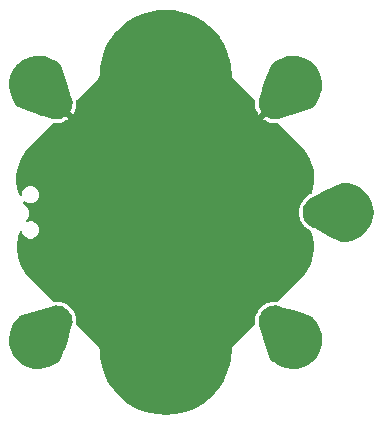
<source format=gbr>
G04 EAGLE Gerber RS-274X export*
G75*
%MOMM*%
%FSLAX34Y34*%
%LPD*%
%INBottom Copper*%
%IPPOS*%
%AMOC8*
5,1,8,0,0,1.08239X$1,22.5*%
G01*
%ADD10C,3.810000*%
%ADD11C,0.508000*%
%ADD12C,1.016000*%

G36*
X184454Y6689D02*
X184454Y6689D01*
X184523Y6702D01*
X184576Y6703D01*
X191029Y7815D01*
X191095Y7836D01*
X191148Y7843D01*
X197419Y9725D01*
X197483Y9754D01*
X197535Y9767D01*
X203533Y12391D01*
X203593Y12428D01*
X203642Y12447D01*
X209281Y15775D01*
X209336Y15819D01*
X209383Y15844D01*
X214579Y19828D01*
X214628Y19878D01*
X214672Y19908D01*
X219350Y24489D01*
X219393Y24544D01*
X219432Y24580D01*
X223524Y29691D01*
X223560Y29751D01*
X223595Y29791D01*
X227041Y35359D01*
X227069Y35423D01*
X227099Y35467D01*
X229849Y41409D01*
X229869Y41476D01*
X229894Y41523D01*
X231907Y47753D01*
X231919Y47822D01*
X231938Y47872D01*
X233186Y54300D01*
X233189Y54370D01*
X233202Y54421D01*
X233677Y61104D01*
X233674Y61144D01*
X233679Y61176D01*
X233679Y61971D01*
X233687Y61990D01*
X233758Y62265D01*
X233758Y62289D01*
X233762Y62307D01*
X233764Y62328D01*
X234119Y63039D01*
X234132Y63077D01*
X234149Y63104D01*
X234453Y63838D01*
X234468Y63853D01*
X234639Y64080D01*
X234647Y64102D01*
X234658Y64117D01*
X234668Y64136D01*
X235268Y64657D01*
X235294Y64687D01*
X235320Y64706D01*
X253066Y82451D01*
X253098Y82494D01*
X253138Y82531D01*
X253184Y82608D01*
X253237Y82678D01*
X253256Y82729D01*
X253284Y82776D01*
X253300Y82845D01*
X253338Y82944D01*
X253346Y83038D01*
X253361Y83102D01*
X253455Y84538D01*
X253447Y84647D01*
X253451Y84720D01*
X253283Y86181D01*
X253641Y87606D01*
X253652Y87716D01*
X253669Y87787D01*
X253765Y89253D01*
X254372Y90592D01*
X254403Y90698D01*
X254432Y90764D01*
X254790Y92190D01*
X255626Y93399D01*
X255675Y93497D01*
X255716Y93557D01*
X256323Y94896D01*
X257362Y95936D01*
X257428Y96023D01*
X257441Y96036D01*
X257445Y96040D01*
X257447Y96043D01*
X257479Y96076D01*
X258316Y97284D01*
X259524Y98121D01*
X259605Y98195D01*
X259664Y98238D01*
X260704Y99277D01*
X262042Y99884D01*
X262135Y99943D01*
X262201Y99974D01*
X263410Y100810D01*
X264836Y101168D01*
X264937Y101209D01*
X265008Y101228D01*
X266347Y101835D01*
X267813Y101931D01*
X267921Y101954D01*
X267994Y101959D01*
X269419Y102317D01*
X270880Y102149D01*
X270989Y102152D01*
X271062Y102145D01*
X272498Y102239D01*
X272551Y102250D01*
X272605Y102252D01*
X272689Y102279D01*
X272776Y102297D01*
X272824Y102323D01*
X272876Y102339D01*
X272934Y102381D01*
X273027Y102430D01*
X273095Y102496D01*
X273149Y102534D01*
X291000Y120386D01*
X291008Y120395D01*
X291016Y120401D01*
X294567Y124108D01*
X294611Y124170D01*
X294652Y124210D01*
X297491Y128079D01*
X297527Y128146D01*
X297562Y128191D01*
X299872Y132397D01*
X299899Y132468D01*
X299928Y132517D01*
X301669Y136989D01*
X301686Y137063D01*
X301709Y137116D01*
X302851Y141776D01*
X302858Y141852D01*
X302874Y141907D01*
X303398Y146677D01*
X303395Y146753D01*
X303404Y146809D01*
X303300Y151607D01*
X303295Y151643D01*
X303295Y151655D01*
X303288Y151680D01*
X303288Y151682D01*
X303289Y151739D01*
X302561Y156482D01*
X302539Y156555D01*
X302532Y156612D01*
X301191Y161219D01*
X301159Y161289D01*
X301145Y161344D01*
X300939Y161813D01*
X300877Y161913D01*
X300820Y162016D01*
X300802Y162034D01*
X300789Y162055D01*
X300702Y162134D01*
X300619Y162217D01*
X300599Y162227D01*
X300578Y162245D01*
X300323Y162370D01*
X300321Y162370D01*
X300320Y162371D01*
X299803Y162537D01*
X298652Y163451D01*
X298557Y163507D01*
X298499Y163552D01*
X297203Y164245D01*
X296234Y165350D01*
X296151Y165422D01*
X296102Y165476D01*
X294951Y166390D01*
X294196Y167651D01*
X294126Y167736D01*
X294088Y167798D01*
X293119Y168904D01*
X292602Y170279D01*
X292549Y170376D01*
X292522Y170444D01*
X291767Y171705D01*
X291504Y173151D01*
X291469Y173255D01*
X291455Y173327D01*
X290938Y174702D01*
X290938Y176172D01*
X290922Y176281D01*
X290921Y176354D01*
X290658Y177800D01*
X290921Y179246D01*
X290925Y179356D01*
X290938Y179428D01*
X290938Y180898D01*
X291455Y182273D01*
X291479Y182381D01*
X291504Y182449D01*
X291767Y183895D01*
X292522Y185156D01*
X292565Y185257D01*
X292602Y185321D01*
X293119Y186696D01*
X294088Y187802D01*
X294148Y187893D01*
X294196Y187949D01*
X294951Y189210D01*
X296102Y190124D01*
X296178Y190204D01*
X296234Y190250D01*
X297203Y191355D01*
X298499Y192048D01*
X298588Y192113D01*
X298652Y192149D01*
X299803Y193063D01*
X300815Y193388D01*
X300852Y193406D01*
X300893Y193417D01*
X300980Y193468D01*
X301071Y193512D01*
X301102Y193540D01*
X301137Y193561D01*
X301207Y193635D01*
X301282Y193702D01*
X301304Y193738D01*
X301333Y193768D01*
X301366Y193837D01*
X301432Y193944D01*
X301454Y194018D01*
X301479Y194070D01*
X302716Y198309D01*
X302727Y198384D01*
X302745Y198438D01*
X303491Y203272D01*
X303492Y203349D01*
X303502Y203405D01*
X303611Y208294D01*
X303602Y208370D01*
X303605Y208427D01*
X303074Y213289D01*
X303056Y213363D01*
X303051Y213420D01*
X301891Y218171D01*
X301862Y218242D01*
X301851Y218298D01*
X300080Y222857D01*
X300042Y222923D01*
X300024Y222977D01*
X297673Y227266D01*
X297627Y227327D01*
X297602Y227378D01*
X294711Y231323D01*
X294690Y231345D01*
X294678Y231364D01*
X294646Y231394D01*
X294625Y231425D01*
X291015Y235199D01*
X291006Y235207D01*
X291000Y235215D01*
X273149Y253066D01*
X273106Y253098D01*
X273069Y253138D01*
X272992Y253184D01*
X272922Y253237D01*
X272871Y253256D01*
X272824Y253284D01*
X272755Y253300D01*
X272656Y253338D01*
X272562Y253346D01*
X272498Y253361D01*
X271062Y253455D01*
X270952Y253447D01*
X270880Y253451D01*
X269419Y253283D01*
X267994Y253641D01*
X267884Y253652D01*
X267813Y253669D01*
X266347Y253765D01*
X265008Y254372D01*
X264902Y254403D01*
X264836Y254432D01*
X263410Y254790D01*
X262201Y255626D01*
X262103Y255675D01*
X262042Y255716D01*
X260704Y256323D01*
X259664Y257362D01*
X259577Y257428D01*
X259524Y257479D01*
X258316Y258316D01*
X257479Y259524D01*
X257405Y259605D01*
X257362Y259664D01*
X256323Y260704D01*
X255716Y262042D01*
X255657Y262135D01*
X255626Y262201D01*
X254790Y263410D01*
X254432Y264836D01*
X254391Y264937D01*
X254372Y265008D01*
X253765Y266347D01*
X253669Y267813D01*
X253646Y267921D01*
X253641Y267994D01*
X253283Y269419D01*
X253451Y270880D01*
X253448Y270989D01*
X253455Y271062D01*
X253361Y272498D01*
X253350Y272551D01*
X253348Y272605D01*
X253321Y272689D01*
X253303Y272776D01*
X253277Y272824D01*
X253261Y272876D01*
X253219Y272934D01*
X253170Y273027D01*
X253104Y273095D01*
X253066Y273149D01*
X235320Y290894D01*
X235288Y290919D01*
X235268Y290943D01*
X234668Y291464D01*
X234658Y291483D01*
X234497Y291717D01*
X234479Y291732D01*
X234468Y291747D01*
X234453Y291762D01*
X234149Y292496D01*
X234128Y292530D01*
X234119Y292561D01*
X233764Y293272D01*
X233762Y293293D01*
X233703Y293571D01*
X233692Y293591D01*
X233687Y293610D01*
X233679Y293629D01*
X233679Y294424D01*
X233674Y294463D01*
X233677Y294496D01*
X233202Y301179D01*
X233187Y301247D01*
X233186Y301300D01*
X231938Y307728D01*
X231915Y307794D01*
X231907Y307847D01*
X229894Y314077D01*
X229863Y314140D01*
X229849Y314191D01*
X227099Y320133D01*
X227061Y320192D01*
X227041Y320241D01*
X223595Y325809D01*
X223550Y325863D01*
X223524Y325909D01*
X219432Y331020D01*
X219381Y331068D01*
X219350Y331111D01*
X214672Y335692D01*
X214615Y335734D01*
X214579Y335772D01*
X209383Y339756D01*
X209322Y339790D01*
X209281Y339825D01*
X203642Y343153D01*
X203578Y343179D01*
X203533Y343209D01*
X197535Y345833D01*
X197467Y345852D01*
X197419Y345875D01*
X191148Y347757D01*
X191079Y347767D01*
X191029Y347785D01*
X184576Y348897D01*
X184506Y348899D01*
X184454Y348911D01*
X177851Y349240D01*
X177794Y349235D01*
X177749Y349240D01*
X171146Y348911D01*
X171077Y348898D01*
X171024Y348897D01*
X164571Y347785D01*
X164505Y347764D01*
X164452Y347757D01*
X158181Y345875D01*
X158117Y345846D01*
X158065Y345833D01*
X152067Y343209D01*
X152007Y343172D01*
X151958Y343153D01*
X146319Y339824D01*
X146264Y339781D01*
X146217Y339756D01*
X141021Y335772D01*
X140972Y335722D01*
X140928Y335692D01*
X136250Y331111D01*
X136207Y331056D01*
X136168Y331020D01*
X132076Y325909D01*
X132040Y325849D01*
X132005Y325809D01*
X128559Y320241D01*
X128531Y320177D01*
X128501Y320133D01*
X125751Y314191D01*
X125731Y314124D01*
X125706Y314077D01*
X123693Y307847D01*
X123681Y307778D01*
X123662Y307728D01*
X122414Y301300D01*
X122411Y301230D01*
X122398Y301179D01*
X121923Y294496D01*
X121926Y294456D01*
X121921Y294424D01*
X121921Y293629D01*
X121913Y293610D01*
X121842Y293335D01*
X121842Y293311D01*
X121838Y293293D01*
X121836Y293272D01*
X121481Y292561D01*
X121468Y292523D01*
X121451Y292496D01*
X121147Y291762D01*
X121132Y291747D01*
X120961Y291520D01*
X120953Y291498D01*
X120942Y291483D01*
X120932Y291464D01*
X120332Y290943D01*
X120306Y290913D01*
X120280Y290894D01*
X102534Y273149D01*
X102502Y273106D01*
X102462Y273069D01*
X102416Y272992D01*
X102363Y272922D01*
X102344Y272871D01*
X102316Y272824D01*
X102300Y272755D01*
X102262Y272656D01*
X102254Y272562D01*
X102239Y272498D01*
X102145Y271062D01*
X102153Y270952D01*
X102149Y270880D01*
X102317Y269419D01*
X101959Y267994D01*
X101948Y267884D01*
X101931Y267813D01*
X101835Y266347D01*
X101228Y265008D01*
X101197Y264902D01*
X101168Y264836D01*
X100810Y263410D01*
X99974Y262201D01*
X99925Y262103D01*
X99884Y262042D01*
X99277Y260704D01*
X98238Y259664D01*
X98172Y259577D01*
X98121Y259524D01*
X97284Y258316D01*
X96076Y257479D01*
X95995Y257405D01*
X95936Y257362D01*
X94896Y256323D01*
X93557Y255716D01*
X93465Y255657D01*
X93399Y255626D01*
X92190Y254790D01*
X90764Y254432D01*
X90663Y254391D01*
X90592Y254372D01*
X89253Y253765D01*
X87787Y253669D01*
X87679Y253646D01*
X87606Y253641D01*
X86181Y253283D01*
X84720Y253451D01*
X84610Y253448D01*
X84538Y253455D01*
X83102Y253361D01*
X83049Y253350D01*
X82995Y253348D01*
X82911Y253321D01*
X82824Y253303D01*
X82776Y253277D01*
X82724Y253261D01*
X82666Y253219D01*
X82573Y253170D01*
X82505Y253104D01*
X82451Y253066D01*
X64567Y235181D01*
X64565Y235179D01*
X64562Y235177D01*
X60852Y231422D01*
X60843Y231410D01*
X60836Y231404D01*
X60814Y231371D01*
X60806Y231361D01*
X60765Y231322D01*
X57808Y227420D01*
X57771Y227354D01*
X57735Y227309D01*
X55312Y223055D01*
X55284Y222984D01*
X55254Y222936D01*
X53408Y218402D01*
X53389Y218328D01*
X53366Y218276D01*
X52127Y213539D01*
X52118Y213463D01*
X52102Y213409D01*
X51492Y208551D01*
X51493Y208475D01*
X51484Y208419D01*
X51513Y203523D01*
X51524Y203448D01*
X51523Y203391D01*
X52191Y198541D01*
X52212Y198468D01*
X52217Y198411D01*
X53513Y193689D01*
X53543Y193619D01*
X53556Y193564D01*
X54250Y191916D01*
X54293Y191845D01*
X54327Y191769D01*
X54366Y191723D01*
X54396Y191672D01*
X54457Y191615D01*
X54511Y191552D01*
X54560Y191519D01*
X54604Y191478D01*
X54678Y191440D01*
X54747Y191394D01*
X54804Y191376D01*
X54858Y191349D01*
X54939Y191334D01*
X55018Y191309D01*
X55078Y191307D01*
X55137Y191296D01*
X55219Y191304D01*
X55302Y191301D01*
X55360Y191317D01*
X55420Y191322D01*
X55497Y191352D01*
X55577Y191373D01*
X55629Y191404D01*
X55685Y191426D01*
X55751Y191476D01*
X55822Y191518D01*
X55863Y191562D01*
X55910Y191599D01*
X55960Y191665D01*
X56016Y191726D01*
X56044Y191779D01*
X56079Y191827D01*
X56108Y191905D01*
X56146Y191979D01*
X56154Y192030D01*
X56178Y192094D01*
X56188Y192233D01*
X56201Y192310D01*
X56201Y194252D01*
X57312Y196934D01*
X59366Y198988D01*
X62048Y200099D01*
X64952Y200099D01*
X67634Y198988D01*
X69688Y196934D01*
X70799Y194252D01*
X70799Y191348D01*
X69688Y188666D01*
X67634Y186612D01*
X64952Y185501D01*
X62048Y185501D01*
X59366Y186612D01*
X58940Y187038D01*
X58930Y187045D01*
X58922Y187055D01*
X58816Y187131D01*
X58713Y187208D01*
X58701Y187213D01*
X58691Y187221D01*
X58569Y187264D01*
X58448Y187310D01*
X58435Y187311D01*
X58423Y187315D01*
X58293Y187323D01*
X58164Y187333D01*
X58152Y187331D01*
X58139Y187331D01*
X58012Y187303D01*
X57886Y187277D01*
X57874Y187271D01*
X57862Y187269D01*
X57748Y187206D01*
X57633Y187146D01*
X57624Y187138D01*
X57613Y187131D01*
X57521Y187040D01*
X57427Y186951D01*
X57421Y186939D01*
X57412Y186930D01*
X57349Y186817D01*
X57283Y186705D01*
X57280Y186693D01*
X57274Y186682D01*
X57245Y186555D01*
X57213Y186430D01*
X57214Y186417D01*
X57211Y186404D01*
X57218Y186275D01*
X57222Y186146D01*
X57226Y186133D01*
X57227Y186121D01*
X57250Y186061D01*
X57310Y185875D01*
X57332Y185843D01*
X57346Y185807D01*
X57989Y184708D01*
X58037Y184649D01*
X58064Y184599D01*
X61095Y180697D01*
X61143Y180650D01*
X61172Y180608D01*
X61632Y180140D01*
X61693Y179990D01*
X61823Y179765D01*
X61833Y179747D01*
X61932Y179619D01*
X62106Y178986D01*
X62132Y178925D01*
X62144Y178875D01*
X62389Y178266D01*
X62388Y178104D01*
X62422Y177847D01*
X62424Y177826D01*
X62467Y177670D01*
X62391Y177066D01*
X62392Y176996D01*
X62383Y176944D01*
X62382Y176679D01*
X62393Y176604D01*
X62390Y176547D01*
X62468Y175941D01*
X62413Y175740D01*
X62387Y175533D01*
X62377Y175477D01*
X62377Y175269D01*
X62141Y174705D01*
X62121Y174631D01*
X62097Y174580D01*
X61937Y173990D01*
X61810Y173826D01*
X61706Y173645D01*
X61676Y173597D01*
X61596Y173405D01*
X61162Y172974D01*
X61116Y172914D01*
X61074Y172875D01*
X59791Y171216D01*
X59780Y171198D01*
X59765Y171182D01*
X59710Y171074D01*
X59650Y170969D01*
X59645Y170948D01*
X59635Y170929D01*
X59612Y170811D01*
X59583Y170693D01*
X59584Y170671D01*
X59580Y170650D01*
X59590Y170530D01*
X59596Y170409D01*
X59603Y170389D01*
X59604Y170367D01*
X59648Y170254D01*
X59686Y170140D01*
X59699Y170122D01*
X59706Y170102D01*
X59779Y170005D01*
X59848Y169906D01*
X59865Y169892D01*
X59878Y169875D01*
X59975Y169803D01*
X60069Y169726D01*
X60088Y169718D01*
X60106Y169705D01*
X60219Y169662D01*
X60330Y169615D01*
X60351Y169612D01*
X60372Y169604D01*
X60492Y169595D01*
X60612Y169580D01*
X60634Y169583D01*
X60655Y169582D01*
X60728Y169599D01*
X60893Y169625D01*
X60941Y169648D01*
X60982Y169657D01*
X62048Y170099D01*
X64952Y170099D01*
X67634Y168988D01*
X69688Y166934D01*
X70799Y164252D01*
X70799Y161348D01*
X69688Y158666D01*
X67634Y156612D01*
X64952Y155501D01*
X62048Y155501D01*
X59366Y156612D01*
X57312Y158666D01*
X56149Y161475D01*
X56135Y161499D01*
X56126Y161525D01*
X56063Y161621D01*
X56004Y161720D01*
X55984Y161739D01*
X55969Y161762D01*
X55881Y161836D01*
X55797Y161915D01*
X55773Y161928D01*
X55752Y161946D01*
X55647Y161993D01*
X55545Y162046D01*
X55518Y162051D01*
X55493Y162062D01*
X55379Y162078D01*
X55266Y162101D01*
X55239Y162098D01*
X55212Y162102D01*
X55097Y162086D01*
X54983Y162076D01*
X54957Y162066D01*
X54930Y162063D01*
X54825Y162016D01*
X54717Y161974D01*
X54695Y161958D01*
X54670Y161947D01*
X54582Y161872D01*
X54491Y161803D01*
X54474Y161781D01*
X54453Y161763D01*
X54412Y161697D01*
X54320Y161575D01*
X54299Y161519D01*
X54274Y161479D01*
X53866Y160504D01*
X53846Y160430D01*
X53823Y160379D01*
X52585Y155833D01*
X52580Y155791D01*
X52573Y155768D01*
X52572Y155746D01*
X52559Y155703D01*
X51925Y151035D01*
X51926Y150958D01*
X51916Y150902D01*
X51897Y146191D01*
X51908Y146116D01*
X51906Y146059D01*
X52502Y141386D01*
X52522Y141312D01*
X52527Y141255D01*
X53729Y136700D01*
X53758Y136630D01*
X53771Y136574D01*
X55556Y132215D01*
X55595Y132149D01*
X55615Y132095D01*
X57954Y128006D01*
X58001Y127946D01*
X58027Y127895D01*
X60880Y124147D01*
X60935Y124093D01*
X60967Y124046D01*
X64557Y120428D01*
X64559Y120427D01*
X64560Y120426D01*
X82451Y102534D01*
X82494Y102502D01*
X82532Y102462D01*
X82608Y102416D01*
X82678Y102363D01*
X82729Y102344D01*
X82776Y102316D01*
X82845Y102300D01*
X82944Y102262D01*
X83038Y102254D01*
X83102Y102239D01*
X84538Y102145D01*
X84647Y102153D01*
X84720Y102149D01*
X86181Y102317D01*
X87606Y101959D01*
X87716Y101948D01*
X87787Y101931D01*
X89253Y101835D01*
X90592Y101228D01*
X90698Y101197D01*
X90764Y101168D01*
X92190Y100810D01*
X93399Y99974D01*
X93497Y99925D01*
X93557Y99884D01*
X94896Y99277D01*
X95936Y98238D01*
X96023Y98172D01*
X96076Y98121D01*
X97284Y97284D01*
X98121Y96076D01*
X98195Y95995D01*
X98238Y95936D01*
X99277Y94896D01*
X99884Y93557D01*
X99943Y93465D01*
X99974Y93399D01*
X100810Y92190D01*
X101168Y90764D01*
X101209Y90663D01*
X101228Y90592D01*
X101835Y89253D01*
X101931Y87787D01*
X101954Y87679D01*
X101959Y87606D01*
X102317Y86181D01*
X102149Y84720D01*
X102152Y84610D01*
X102145Y84538D01*
X102239Y83102D01*
X102250Y83049D01*
X102252Y82995D01*
X102279Y82911D01*
X102297Y82824D01*
X102323Y82776D01*
X102339Y82724D01*
X102381Y82666D01*
X102430Y82573D01*
X102496Y82505D01*
X102534Y82451D01*
X120280Y64706D01*
X120312Y64681D01*
X120332Y64657D01*
X120932Y64136D01*
X120942Y64117D01*
X121103Y63883D01*
X121121Y63868D01*
X121132Y63853D01*
X121147Y63838D01*
X121451Y63104D01*
X121472Y63070D01*
X121481Y63039D01*
X121836Y62328D01*
X121838Y62307D01*
X121897Y62029D01*
X121908Y62009D01*
X121913Y61990D01*
X121921Y61971D01*
X121921Y61176D01*
X121926Y61137D01*
X121923Y61104D01*
X122398Y54421D01*
X122413Y54353D01*
X122414Y54300D01*
X123662Y47872D01*
X123685Y47806D01*
X123693Y47753D01*
X125706Y41523D01*
X125737Y41460D01*
X125751Y41409D01*
X128501Y35467D01*
X128539Y35408D01*
X128559Y35359D01*
X132005Y29791D01*
X132050Y29737D01*
X132076Y29691D01*
X136168Y24580D01*
X136219Y24532D01*
X136250Y24489D01*
X140928Y19908D01*
X140985Y19866D01*
X141021Y19828D01*
X146217Y15844D01*
X146278Y15810D01*
X146319Y15775D01*
X151958Y12447D01*
X152022Y12421D01*
X152067Y12391D01*
X158065Y9767D01*
X158133Y9748D01*
X158181Y9725D01*
X164452Y7843D01*
X164521Y7833D01*
X164571Y7815D01*
X171024Y6703D01*
X171094Y6701D01*
X171146Y6689D01*
X177749Y6360D01*
X177806Y6365D01*
X177851Y6360D01*
X184454Y6689D01*
G37*
G36*
X288435Y45519D02*
X288435Y45519D01*
X288527Y45537D01*
X288593Y45539D01*
X292455Y46342D01*
X292543Y46374D01*
X292608Y46387D01*
X296298Y47784D01*
X296380Y47829D01*
X296442Y47852D01*
X299867Y49809D01*
X299941Y49866D01*
X299999Y49899D01*
X303076Y52368D01*
X303169Y52467D01*
X303228Y52518D01*
X305669Y55515D01*
X305718Y55595D01*
X305760Y55646D01*
X307703Y58988D01*
X307738Y59073D01*
X307758Y59104D01*
X307761Y59113D01*
X307772Y59132D01*
X309168Y62737D01*
X309190Y62828D01*
X309214Y62889D01*
X310029Y66668D01*
X310036Y66762D01*
X310051Y66826D01*
X310265Y70686D01*
X310257Y70779D01*
X310261Y70846D01*
X309869Y74691D01*
X309846Y74782D01*
X309840Y74848D01*
X308851Y78585D01*
X308815Y78671D01*
X308798Y78736D01*
X307237Y82272D01*
X307187Y82352D01*
X307161Y82412D01*
X305065Y85661D01*
X305004Y85732D01*
X304969Y85788D01*
X302391Y88669D01*
X302347Y88705D01*
X302310Y88749D01*
X302256Y88784D01*
X302238Y88800D01*
X302230Y88804D01*
X302174Y88852D01*
X302084Y88892D01*
X302026Y88928D01*
X294192Y92204D01*
X294151Y92215D01*
X294122Y92230D01*
X286067Y94920D01*
X286026Y94927D01*
X285995Y94941D01*
X277876Y97001D01*
X275897Y98017D01*
X275829Y98041D01*
X275778Y98067D01*
X275760Y98070D01*
X275728Y98085D01*
X273490Y98763D01*
X273381Y98780D01*
X273311Y98800D01*
X270987Y99067D01*
X270877Y99064D01*
X270805Y99072D01*
X268471Y98918D01*
X268363Y98896D01*
X268290Y98890D01*
X266022Y98321D01*
X265920Y98280D01*
X265849Y98261D01*
X263719Y97296D01*
X263626Y97237D01*
X263560Y97206D01*
X261637Y95874D01*
X261556Y95800D01*
X261497Y95757D01*
X259843Y94103D01*
X259777Y94016D01*
X259726Y93963D01*
X258394Y92040D01*
X258345Y91942D01*
X258304Y91881D01*
X257339Y89751D01*
X257308Y89645D01*
X257279Y89578D01*
X256710Y87310D01*
X256699Y87200D01*
X256682Y87129D01*
X256528Y84795D01*
X256537Y84686D01*
X256533Y84613D01*
X256800Y82289D01*
X256827Y82183D01*
X256837Y82110D01*
X257515Y79872D01*
X257561Y79772D01*
X257583Y79703D01*
X258601Y77719D01*
X261757Y65757D01*
X261775Y65714D01*
X261782Y65677D01*
X265944Y53910D01*
X265982Y53837D01*
X266011Y53761D01*
X266044Y53719D01*
X266076Y53658D01*
X266170Y53559D01*
X266219Y53497D01*
X269139Y50844D01*
X269216Y50792D01*
X269265Y50747D01*
X272564Y48584D01*
X272649Y48544D01*
X272704Y48507D01*
X276301Y46886D01*
X276390Y46860D01*
X276451Y46833D01*
X280257Y45795D01*
X280349Y45783D01*
X280413Y45765D01*
X284335Y45335D01*
X284428Y45338D01*
X284494Y45330D01*
X288435Y45519D01*
G37*
G36*
X87129Y256682D02*
X87129Y256682D01*
X87237Y256704D01*
X87310Y256710D01*
X89578Y257279D01*
X89680Y257320D01*
X89751Y257339D01*
X91881Y258304D01*
X91974Y258363D01*
X92040Y258394D01*
X93963Y259726D01*
X94044Y259800D01*
X94103Y259843D01*
X95757Y261497D01*
X95823Y261584D01*
X95874Y261637D01*
X97206Y263560D01*
X97255Y263658D01*
X97296Y263719D01*
X98261Y265849D01*
X98292Y265955D01*
X98321Y266022D01*
X98890Y268290D01*
X98901Y268400D01*
X98918Y268471D01*
X99072Y270805D01*
X99063Y270914D01*
X99067Y270987D01*
X98800Y273311D01*
X98773Y273417D01*
X98763Y273490D01*
X98085Y275728D01*
X98039Y275828D01*
X98017Y275897D01*
X96999Y277881D01*
X93843Y289843D01*
X93825Y289886D01*
X93818Y289923D01*
X89656Y301690D01*
X89618Y301763D01*
X89589Y301839D01*
X89556Y301881D01*
X89524Y301942D01*
X89430Y302041D01*
X89381Y302103D01*
X86461Y304756D01*
X86384Y304808D01*
X86335Y304853D01*
X83036Y307016D01*
X82951Y307056D01*
X82896Y307093D01*
X79299Y308714D01*
X79210Y308740D01*
X79149Y308767D01*
X75343Y309805D01*
X75251Y309817D01*
X75187Y309835D01*
X71265Y310265D01*
X71172Y310262D01*
X71106Y310270D01*
X67165Y310081D01*
X67073Y310063D01*
X67007Y310061D01*
X63145Y309258D01*
X63057Y309226D01*
X62992Y309213D01*
X59302Y307816D01*
X59220Y307771D01*
X59158Y307748D01*
X55733Y305791D01*
X55659Y305734D01*
X55601Y305701D01*
X52524Y303232D01*
X52431Y303133D01*
X52372Y303082D01*
X49931Y300085D01*
X49882Y300005D01*
X49840Y299954D01*
X47897Y296612D01*
X47884Y296580D01*
X47870Y296560D01*
X47857Y296517D01*
X47828Y296468D01*
X46432Y292863D01*
X46410Y292772D01*
X46386Y292711D01*
X45571Y288932D01*
X45564Y288838D01*
X45549Y288774D01*
X45335Y284914D01*
X45343Y284821D01*
X45339Y284754D01*
X45731Y280909D01*
X45754Y280818D01*
X45760Y280752D01*
X46749Y277015D01*
X46785Y276929D01*
X46802Y276864D01*
X48363Y273328D01*
X48413Y273248D01*
X48439Y273188D01*
X50535Y269939D01*
X50596Y269868D01*
X50631Y269812D01*
X53209Y266931D01*
X53253Y266895D01*
X53290Y266851D01*
X53349Y266813D01*
X53426Y266748D01*
X53516Y266708D01*
X53574Y266672D01*
X61408Y263396D01*
X61449Y263385D01*
X61478Y263370D01*
X69533Y260680D01*
X69574Y260673D01*
X69605Y260659D01*
X77724Y258599D01*
X79703Y257583D01*
X79806Y257547D01*
X79872Y257515D01*
X82110Y256837D01*
X82219Y256820D01*
X82289Y256800D01*
X84613Y256533D01*
X84723Y256536D01*
X84795Y256528D01*
X87129Y256682D01*
G37*
G36*
X270914Y256537D02*
X270914Y256537D01*
X270987Y256533D01*
X273311Y256800D01*
X273417Y256827D01*
X273490Y256837D01*
X275728Y257515D01*
X275828Y257561D01*
X275897Y257583D01*
X277881Y258601D01*
X289843Y261757D01*
X289886Y261775D01*
X289923Y261782D01*
X301690Y265944D01*
X301763Y265982D01*
X301839Y266011D01*
X301881Y266044D01*
X301942Y266076D01*
X302041Y266170D01*
X302103Y266219D01*
X304756Y269139D01*
X304808Y269216D01*
X304853Y269265D01*
X307016Y272564D01*
X307056Y272649D01*
X307093Y272704D01*
X308714Y276301D01*
X308740Y276390D01*
X308767Y276451D01*
X309805Y280257D01*
X309817Y280349D01*
X309835Y280413D01*
X310265Y284335D01*
X310262Y284428D01*
X310270Y284494D01*
X310081Y288435D01*
X310063Y288527D01*
X310061Y288593D01*
X309258Y292455D01*
X309226Y292543D01*
X309213Y292608D01*
X307816Y296298D01*
X307771Y296380D01*
X307748Y296442D01*
X305791Y299867D01*
X305734Y299941D01*
X305701Y299999D01*
X303232Y303076D01*
X303133Y303169D01*
X303082Y303228D01*
X300085Y305669D01*
X300005Y305718D01*
X299954Y305760D01*
X296612Y307703D01*
X296525Y307738D01*
X296468Y307772D01*
X292863Y309168D01*
X292772Y309190D01*
X292711Y309214D01*
X288932Y310029D01*
X288838Y310036D01*
X288774Y310051D01*
X284914Y310265D01*
X284821Y310257D01*
X284754Y310261D01*
X280909Y309869D01*
X280818Y309846D01*
X280752Y309840D01*
X277015Y308851D01*
X276929Y308815D01*
X276864Y308798D01*
X273328Y307237D01*
X273248Y307187D01*
X273188Y307161D01*
X269939Y305065D01*
X269868Y305004D01*
X269812Y304969D01*
X266931Y302391D01*
X266895Y302347D01*
X266851Y302310D01*
X266813Y302251D01*
X266748Y302174D01*
X266708Y302084D01*
X266672Y302026D01*
X263396Y294192D01*
X263385Y294151D01*
X263370Y294122D01*
X260680Y286067D01*
X260673Y286026D01*
X260659Y285995D01*
X258599Y277876D01*
X257583Y275897D01*
X257547Y275794D01*
X257515Y275728D01*
X256837Y273490D01*
X256820Y273381D01*
X256800Y273311D01*
X256533Y270987D01*
X256536Y270877D01*
X256528Y270805D01*
X256682Y268471D01*
X256704Y268363D01*
X256710Y268290D01*
X257279Y266022D01*
X257320Y265920D01*
X257339Y265849D01*
X258304Y263719D01*
X258363Y263626D01*
X258394Y263560D01*
X259726Y261637D01*
X259800Y261556D01*
X259843Y261497D01*
X261497Y259843D01*
X261575Y259784D01*
X261604Y259757D01*
X261606Y259756D01*
X261637Y259726D01*
X263560Y258394D01*
X263658Y258345D01*
X263719Y258304D01*
X265849Y257339D01*
X265955Y257308D01*
X266022Y257279D01*
X268290Y256710D01*
X268400Y256699D01*
X268471Y256682D01*
X270805Y256528D01*
X270914Y256537D01*
G37*
G36*
X70779Y45343D02*
X70779Y45343D01*
X70846Y45339D01*
X74691Y45731D01*
X74782Y45754D01*
X74848Y45760D01*
X78585Y46749D01*
X78671Y46785D01*
X78736Y46802D01*
X82272Y48363D01*
X82352Y48413D01*
X82412Y48439D01*
X85661Y50535D01*
X85732Y50596D01*
X85788Y50631D01*
X88669Y53209D01*
X88705Y53253D01*
X88749Y53290D01*
X88787Y53349D01*
X88852Y53426D01*
X88892Y53516D01*
X88928Y53574D01*
X92204Y61408D01*
X92215Y61449D01*
X92230Y61478D01*
X94920Y69533D01*
X94927Y69574D01*
X94941Y69605D01*
X97001Y77724D01*
X98017Y79703D01*
X98053Y79806D01*
X98085Y79872D01*
X98763Y82110D01*
X98780Y82219D01*
X98800Y82289D01*
X99067Y84613D01*
X99064Y84723D01*
X99072Y84795D01*
X98918Y87129D01*
X98896Y87237D01*
X98890Y87310D01*
X98321Y89578D01*
X98280Y89680D01*
X98261Y89751D01*
X97296Y91881D01*
X97237Y91974D01*
X97206Y92040D01*
X95874Y93963D01*
X95800Y94044D01*
X95757Y94103D01*
X94103Y95757D01*
X94016Y95823D01*
X93963Y95874D01*
X92040Y97206D01*
X91942Y97255D01*
X91881Y97296D01*
X89751Y98261D01*
X89645Y98292D01*
X89578Y98321D01*
X87310Y98890D01*
X87200Y98901D01*
X87129Y98918D01*
X84795Y99072D01*
X84686Y99063D01*
X84613Y99067D01*
X82289Y98800D01*
X82183Y98773D01*
X82110Y98763D01*
X79872Y98085D01*
X79772Y98039D01*
X79703Y98017D01*
X77719Y96999D01*
X65757Y93843D01*
X65714Y93825D01*
X65677Y93818D01*
X53910Y89656D01*
X53837Y89618D01*
X53761Y89589D01*
X53719Y89556D01*
X53658Y89524D01*
X53559Y89430D01*
X53497Y89381D01*
X50844Y86461D01*
X50792Y86384D01*
X50747Y86335D01*
X48584Y83036D01*
X48544Y82951D01*
X48507Y82896D01*
X46886Y79299D01*
X46860Y79210D01*
X46833Y79149D01*
X45795Y75343D01*
X45783Y75251D01*
X45765Y75187D01*
X45335Y71265D01*
X45338Y71172D01*
X45330Y71106D01*
X45519Y67165D01*
X45537Y67073D01*
X45539Y67007D01*
X46342Y63145D01*
X46374Y63057D01*
X46387Y62992D01*
X47784Y59302D01*
X47829Y59220D01*
X47852Y59158D01*
X49809Y55733D01*
X49866Y55659D01*
X49899Y55601D01*
X52368Y52524D01*
X52467Y52431D01*
X52518Y52372D01*
X55515Y49931D01*
X55595Y49882D01*
X55646Y49840D01*
X58988Y47897D01*
X59075Y47862D01*
X59132Y47828D01*
X62737Y46432D01*
X62825Y46411D01*
X62838Y46404D01*
X62846Y46403D01*
X62889Y46386D01*
X66668Y45571D01*
X66762Y45564D01*
X66826Y45549D01*
X70686Y45335D01*
X70779Y45343D01*
G37*
G36*
X331149Y152615D02*
X331149Y152615D01*
X331241Y152633D01*
X331307Y152635D01*
X335170Y153439D01*
X335258Y153470D01*
X335323Y153483D01*
X339012Y154881D01*
X339094Y154926D01*
X339156Y154949D01*
X342581Y156906D01*
X342655Y156963D01*
X342713Y156996D01*
X345790Y159465D01*
X345854Y159533D01*
X345906Y159574D01*
X348559Y162494D01*
X348611Y162571D01*
X348656Y162620D01*
X350820Y165919D01*
X350860Y166003D01*
X350897Y166058D01*
X352517Y169655D01*
X352543Y169745D01*
X352571Y169805D01*
X353609Y173611D01*
X353621Y173704D01*
X353639Y173768D01*
X354069Y177689D01*
X354065Y177816D01*
X354066Y177837D01*
X354070Y177903D01*
X353677Y181749D01*
X353655Y181840D01*
X353649Y181906D01*
X352660Y185643D01*
X352623Y185729D01*
X352607Y185793D01*
X351045Y189330D01*
X350996Y189409D01*
X350970Y189470D01*
X348874Y192718D01*
X348813Y192789D01*
X348777Y192845D01*
X346199Y195726D01*
X346128Y195786D01*
X346084Y195836D01*
X343087Y198278D01*
X343007Y198326D01*
X342956Y198369D01*
X339614Y200312D01*
X339527Y200347D01*
X339470Y200381D01*
X335866Y201777D01*
X335775Y201798D01*
X335713Y201823D01*
X331934Y202638D01*
X331841Y202645D01*
X331776Y202659D01*
X327916Y202874D01*
X327859Y202869D01*
X327802Y202874D01*
X327734Y202858D01*
X327633Y202850D01*
X327541Y202814D01*
X327475Y202799D01*
X319619Y199576D01*
X319582Y199555D01*
X319550Y199545D01*
X311953Y195751D01*
X311919Y195728D01*
X311888Y195716D01*
X304690Y191431D01*
X302572Y190750D01*
X302474Y190702D01*
X302404Y190679D01*
X300342Y189576D01*
X300253Y189511D01*
X300189Y189475D01*
X298357Y188021D01*
X298282Y187941D01*
X298225Y187895D01*
X296683Y186136D01*
X296623Y186044D01*
X296576Y185989D01*
X295374Y183982D01*
X295331Y183881D01*
X295294Y183818D01*
X294471Y181628D01*
X294447Y181521D01*
X294422Y181453D01*
X294003Y179151D01*
X293999Y179042D01*
X293987Y178970D01*
X293987Y176630D01*
X294002Y176522D01*
X294003Y176449D01*
X294422Y174147D01*
X294457Y174043D01*
X294471Y173972D01*
X295294Y171782D01*
X295347Y171686D01*
X295374Y171618D01*
X296576Y169611D01*
X296645Y169526D01*
X296683Y169464D01*
X298225Y167705D01*
X298309Y167633D01*
X298357Y167579D01*
X300189Y166125D01*
X300284Y166069D01*
X300342Y166024D01*
X302404Y164921D01*
X302508Y164883D01*
X302572Y164850D01*
X304694Y164167D01*
X315385Y157940D01*
X315428Y157923D01*
X315458Y157902D01*
X326723Y152524D01*
X326801Y152499D01*
X326875Y152465D01*
X326928Y152459D01*
X326994Y152438D01*
X327131Y152435D01*
X327209Y152426D01*
X331149Y152615D01*
G37*
D10*
X327660Y177800D03*
X71120Y71120D03*
X284480Y284480D03*
X71120Y284480D03*
X284480Y71120D03*
D11*
X101600Y254000D02*
X71120Y284480D01*
X257810Y257810D02*
X284480Y284480D01*
D12*
X228600Y208280D03*
X203200Y101600D03*
X228600Y279400D03*
X139700Y266700D03*
M02*

</source>
